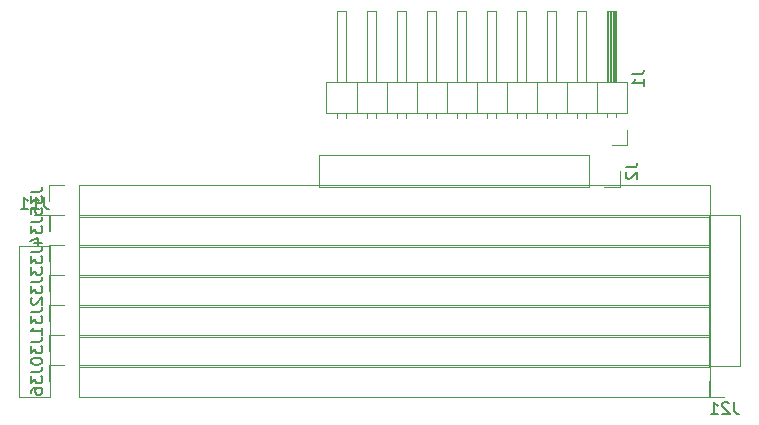
<source format=gbr>
G04 #@! TF.GenerationSoftware,KiCad,Pcbnew,(5.1.4)-1*
G04 #@! TF.CreationDate,2023-01-31T17:13:37+01:00*
G04 #@! TF.ProjectId,REG1-App-Universal,52454731-2d41-4707-902d-556e69766572,V00.10*
G04 #@! TF.SameCoordinates,Original*
G04 #@! TF.FileFunction,Legend,Bot*
G04 #@! TF.FilePolarity,Positive*
%FSLAX46Y46*%
G04 Gerber Fmt 4.6, Leading zero omitted, Abs format (unit mm)*
G04 Created by KiCad (PCBNEW (5.1.4)-1) date 2023-01-31 17:13:37*
%MOMM*%
%LPD*%
G04 APERTURE LIST*
%ADD10C,0.120000*%
%ADD11C,0.150000*%
G04 APERTURE END LIST*
D10*
X83110000Y-114230000D02*
X83110000Y-115560000D01*
X84440000Y-114230000D02*
X83110000Y-114230000D01*
X85710000Y-114230000D02*
X85710000Y-116890000D01*
X85710000Y-116890000D02*
X139110000Y-116890000D01*
X85710000Y-114230000D02*
X139110000Y-114230000D01*
X139110000Y-114230000D02*
X139110000Y-116890000D01*
X131490000Y-99110000D02*
X131490000Y-97780000D01*
X130160000Y-99110000D02*
X131490000Y-99110000D01*
X128890000Y-99110000D02*
X128890000Y-96450000D01*
X128890000Y-96450000D02*
X105970000Y-96450000D01*
X128890000Y-99110000D02*
X105970000Y-99110000D01*
X105970000Y-99110000D02*
X105970000Y-96450000D01*
X132030000Y-95570000D02*
X132030000Y-94300000D01*
X130760000Y-95570000D02*
X132030000Y-95570000D01*
X107520000Y-93257071D02*
X107520000Y-92860000D01*
X108280000Y-93257071D02*
X108280000Y-92860000D01*
X107520000Y-84200000D02*
X107520000Y-90200000D01*
X108280000Y-84200000D02*
X107520000Y-84200000D01*
X108280000Y-90200000D02*
X108280000Y-84200000D01*
X109170000Y-92860000D02*
X109170000Y-90200000D01*
X110060000Y-93257071D02*
X110060000Y-92860000D01*
X110820000Y-93257071D02*
X110820000Y-92860000D01*
X110060000Y-84200000D02*
X110060000Y-90200000D01*
X110820000Y-84200000D02*
X110060000Y-84200000D01*
X110820000Y-90200000D02*
X110820000Y-84200000D01*
X111710000Y-92860000D02*
X111710000Y-90200000D01*
X112600000Y-93257071D02*
X112600000Y-92860000D01*
X113360000Y-93257071D02*
X113360000Y-92860000D01*
X112600000Y-84200000D02*
X112600000Y-90200000D01*
X113360000Y-84200000D02*
X112600000Y-84200000D01*
X113360000Y-90200000D02*
X113360000Y-84200000D01*
X114250000Y-92860000D02*
X114250000Y-90200000D01*
X115140000Y-93257071D02*
X115140000Y-92860000D01*
X115900000Y-93257071D02*
X115900000Y-92860000D01*
X115140000Y-84200000D02*
X115140000Y-90200000D01*
X115900000Y-84200000D02*
X115140000Y-84200000D01*
X115900000Y-90200000D02*
X115900000Y-84200000D01*
X116790000Y-92860000D02*
X116790000Y-90200000D01*
X117680000Y-93257071D02*
X117680000Y-92860000D01*
X118440000Y-93257071D02*
X118440000Y-92860000D01*
X117680000Y-84200000D02*
X117680000Y-90200000D01*
X118440000Y-84200000D02*
X117680000Y-84200000D01*
X118440000Y-90200000D02*
X118440000Y-84200000D01*
X119330000Y-92860000D02*
X119330000Y-90200000D01*
X120220000Y-93257071D02*
X120220000Y-92860000D01*
X120980000Y-93257071D02*
X120980000Y-92860000D01*
X120220000Y-84200000D02*
X120220000Y-90200000D01*
X120980000Y-84200000D02*
X120220000Y-84200000D01*
X120980000Y-90200000D02*
X120980000Y-84200000D01*
X121870000Y-92860000D02*
X121870000Y-90200000D01*
X122760000Y-93257071D02*
X122760000Y-92860000D01*
X123520000Y-93257071D02*
X123520000Y-92860000D01*
X122760000Y-84200000D02*
X122760000Y-90200000D01*
X123520000Y-84200000D02*
X122760000Y-84200000D01*
X123520000Y-90200000D02*
X123520000Y-84200000D01*
X124410000Y-92860000D02*
X124410000Y-90200000D01*
X125300000Y-93257071D02*
X125300000Y-92860000D01*
X126060000Y-93257071D02*
X126060000Y-92860000D01*
X125300000Y-84200000D02*
X125300000Y-90200000D01*
X126060000Y-84200000D02*
X125300000Y-84200000D01*
X126060000Y-90200000D02*
X126060000Y-84200000D01*
X126950000Y-92860000D02*
X126950000Y-90200000D01*
X127840000Y-93257071D02*
X127840000Y-92860000D01*
X128600000Y-93257071D02*
X128600000Y-92860000D01*
X127840000Y-84200000D02*
X127840000Y-90200000D01*
X128600000Y-84200000D02*
X127840000Y-84200000D01*
X128600000Y-90200000D02*
X128600000Y-84200000D01*
X129490000Y-92860000D02*
X129490000Y-90200000D01*
X130380000Y-93190000D02*
X130380000Y-92860000D01*
X131140000Y-93190000D02*
X131140000Y-92860000D01*
X130480000Y-90200000D02*
X130480000Y-84200000D01*
X130600000Y-90200000D02*
X130600000Y-84200000D01*
X130720000Y-90200000D02*
X130720000Y-84200000D01*
X130840000Y-90200000D02*
X130840000Y-84200000D01*
X130960000Y-90200000D02*
X130960000Y-84200000D01*
X131080000Y-90200000D02*
X131080000Y-84200000D01*
X130380000Y-84200000D02*
X130380000Y-90200000D01*
X131140000Y-84200000D02*
X130380000Y-84200000D01*
X131140000Y-90200000D02*
X131140000Y-84200000D01*
X132090000Y-90200000D02*
X132090000Y-92860000D01*
X106570000Y-90200000D02*
X132090000Y-90200000D01*
X106570000Y-92860000D02*
X106570000Y-90200000D01*
X132090000Y-92860000D02*
X106570000Y-92860000D01*
X83110000Y-98990000D02*
X83110000Y-100320000D01*
X84440000Y-98990000D02*
X83110000Y-98990000D01*
X85710000Y-98990000D02*
X85710000Y-101650000D01*
X85710000Y-101650000D02*
X139110000Y-101650000D01*
X85710000Y-98990000D02*
X139110000Y-98990000D01*
X139110000Y-98990000D02*
X139110000Y-101650000D01*
X83110000Y-101530000D02*
X83110000Y-102860000D01*
X84440000Y-101530000D02*
X83110000Y-101530000D01*
X85710000Y-101530000D02*
X85710000Y-104190000D01*
X85710000Y-104190000D02*
X139110000Y-104190000D01*
X85710000Y-101530000D02*
X139110000Y-101530000D01*
X139110000Y-101530000D02*
X139110000Y-104190000D01*
X83110000Y-104070000D02*
X83110000Y-105400000D01*
X84440000Y-104070000D02*
X83110000Y-104070000D01*
X85710000Y-104070000D02*
X85710000Y-106730000D01*
X85710000Y-106730000D02*
X139110000Y-106730000D01*
X85710000Y-104070000D02*
X139110000Y-104070000D01*
X139110000Y-104070000D02*
X139110000Y-106730000D01*
X83110000Y-106610000D02*
X83110000Y-107940000D01*
X84440000Y-106610000D02*
X83110000Y-106610000D01*
X85710000Y-106610000D02*
X85710000Y-109270000D01*
X85710000Y-109270000D02*
X139110000Y-109270000D01*
X85710000Y-106610000D02*
X139110000Y-106610000D01*
X139110000Y-106610000D02*
X139110000Y-109270000D01*
X83110000Y-109150000D02*
X83110000Y-110480000D01*
X84440000Y-109150000D02*
X83110000Y-109150000D01*
X85710000Y-109150000D02*
X85710000Y-111810000D01*
X85710000Y-111810000D02*
X139110000Y-111810000D01*
X85710000Y-109150000D02*
X139110000Y-109150000D01*
X139110000Y-109150000D02*
X139110000Y-111810000D01*
X83110000Y-111690000D02*
X83110000Y-113020000D01*
X84440000Y-111690000D02*
X83110000Y-111690000D01*
X85710000Y-111690000D02*
X85710000Y-114350000D01*
X85710000Y-114350000D02*
X139110000Y-114350000D01*
X85710000Y-111690000D02*
X139110000Y-111690000D01*
X139110000Y-111690000D02*
X139110000Y-114350000D01*
X138990000Y-116890000D02*
X140320000Y-116890000D01*
X138990000Y-115560000D02*
X138990000Y-116890000D01*
X138990000Y-114290000D02*
X141650000Y-114290000D01*
X141650000Y-114290000D02*
X141650000Y-101530000D01*
X138990000Y-114290000D02*
X138990000Y-101530000D01*
X138990000Y-101530000D02*
X141650000Y-101530000D01*
X83230000Y-101530000D02*
X81900000Y-101530000D01*
X83230000Y-102860000D02*
X83230000Y-101530000D01*
X83230000Y-104130000D02*
X80570000Y-104130000D01*
X80570000Y-104130000D02*
X80570000Y-116890000D01*
X83230000Y-104130000D02*
X83230000Y-116890000D01*
X83230000Y-116890000D02*
X80570000Y-116890000D01*
D11*
X81562380Y-114750476D02*
X82276666Y-114750476D01*
X82419523Y-114702857D01*
X82514761Y-114607619D01*
X82562380Y-114464761D01*
X82562380Y-114369523D01*
X81562380Y-115131428D02*
X81562380Y-115750476D01*
X81943333Y-115417142D01*
X81943333Y-115560000D01*
X81990952Y-115655238D01*
X82038571Y-115702857D01*
X82133809Y-115750476D01*
X82371904Y-115750476D01*
X82467142Y-115702857D01*
X82514761Y-115655238D01*
X82562380Y-115560000D01*
X82562380Y-115274285D01*
X82514761Y-115179047D01*
X82467142Y-115131428D01*
X81562380Y-116607619D02*
X81562380Y-116417142D01*
X81610000Y-116321904D01*
X81657619Y-116274285D01*
X81800476Y-116179047D01*
X81990952Y-116131428D01*
X82371904Y-116131428D01*
X82467142Y-116179047D01*
X82514761Y-116226666D01*
X82562380Y-116321904D01*
X82562380Y-116512380D01*
X82514761Y-116607619D01*
X82467142Y-116655238D01*
X82371904Y-116702857D01*
X82133809Y-116702857D01*
X82038571Y-116655238D01*
X81990952Y-116607619D01*
X81943333Y-116512380D01*
X81943333Y-116321904D01*
X81990952Y-116226666D01*
X82038571Y-116179047D01*
X82133809Y-116131428D01*
X131942380Y-97446666D02*
X132656666Y-97446666D01*
X132799523Y-97399047D01*
X132894761Y-97303809D01*
X132942380Y-97160952D01*
X132942380Y-97065714D01*
X132037619Y-97875238D02*
X131990000Y-97922857D01*
X131942380Y-98018095D01*
X131942380Y-98256190D01*
X131990000Y-98351428D01*
X132037619Y-98399047D01*
X132132857Y-98446666D01*
X132228095Y-98446666D01*
X132370952Y-98399047D01*
X132942380Y-97827619D01*
X132942380Y-98446666D01*
X132482380Y-89581666D02*
X133196666Y-89581666D01*
X133339523Y-89534047D01*
X133434761Y-89438809D01*
X133482380Y-89295952D01*
X133482380Y-89200714D01*
X133482380Y-90581666D02*
X133482380Y-90010238D01*
X133482380Y-90295952D02*
X132482380Y-90295952D01*
X132625238Y-90200714D01*
X132720476Y-90105476D01*
X132768095Y-90010238D01*
X81562380Y-99510476D02*
X82276666Y-99510476D01*
X82419523Y-99462857D01*
X82514761Y-99367619D01*
X82562380Y-99224761D01*
X82562380Y-99129523D01*
X81562380Y-99891428D02*
X81562380Y-100510476D01*
X81943333Y-100177142D01*
X81943333Y-100320000D01*
X81990952Y-100415238D01*
X82038571Y-100462857D01*
X82133809Y-100510476D01*
X82371904Y-100510476D01*
X82467142Y-100462857D01*
X82514761Y-100415238D01*
X82562380Y-100320000D01*
X82562380Y-100034285D01*
X82514761Y-99939047D01*
X82467142Y-99891428D01*
X81562380Y-101415238D02*
X81562380Y-100939047D01*
X82038571Y-100891428D01*
X81990952Y-100939047D01*
X81943333Y-101034285D01*
X81943333Y-101272380D01*
X81990952Y-101367619D01*
X82038571Y-101415238D01*
X82133809Y-101462857D01*
X82371904Y-101462857D01*
X82467142Y-101415238D01*
X82514761Y-101367619D01*
X82562380Y-101272380D01*
X82562380Y-101034285D01*
X82514761Y-100939047D01*
X82467142Y-100891428D01*
X81562380Y-102050476D02*
X82276666Y-102050476D01*
X82419523Y-102002857D01*
X82514761Y-101907619D01*
X82562380Y-101764761D01*
X82562380Y-101669523D01*
X81562380Y-102431428D02*
X81562380Y-103050476D01*
X81943333Y-102717142D01*
X81943333Y-102860000D01*
X81990952Y-102955238D01*
X82038571Y-103002857D01*
X82133809Y-103050476D01*
X82371904Y-103050476D01*
X82467142Y-103002857D01*
X82514761Y-102955238D01*
X82562380Y-102860000D01*
X82562380Y-102574285D01*
X82514761Y-102479047D01*
X82467142Y-102431428D01*
X81895714Y-103907619D02*
X82562380Y-103907619D01*
X81514761Y-103669523D02*
X82229047Y-103431428D01*
X82229047Y-104050476D01*
X81562380Y-104590476D02*
X82276666Y-104590476D01*
X82419523Y-104542857D01*
X82514761Y-104447619D01*
X82562380Y-104304761D01*
X82562380Y-104209523D01*
X81562380Y-104971428D02*
X81562380Y-105590476D01*
X81943333Y-105257142D01*
X81943333Y-105400000D01*
X81990952Y-105495238D01*
X82038571Y-105542857D01*
X82133809Y-105590476D01*
X82371904Y-105590476D01*
X82467142Y-105542857D01*
X82514761Y-105495238D01*
X82562380Y-105400000D01*
X82562380Y-105114285D01*
X82514761Y-105019047D01*
X82467142Y-104971428D01*
X81562380Y-105923809D02*
X81562380Y-106542857D01*
X81943333Y-106209523D01*
X81943333Y-106352380D01*
X81990952Y-106447619D01*
X82038571Y-106495238D01*
X82133809Y-106542857D01*
X82371904Y-106542857D01*
X82467142Y-106495238D01*
X82514761Y-106447619D01*
X82562380Y-106352380D01*
X82562380Y-106066666D01*
X82514761Y-105971428D01*
X82467142Y-105923809D01*
X81562380Y-107130476D02*
X82276666Y-107130476D01*
X82419523Y-107082857D01*
X82514761Y-106987619D01*
X82562380Y-106844761D01*
X82562380Y-106749523D01*
X81562380Y-107511428D02*
X81562380Y-108130476D01*
X81943333Y-107797142D01*
X81943333Y-107940000D01*
X81990952Y-108035238D01*
X82038571Y-108082857D01*
X82133809Y-108130476D01*
X82371904Y-108130476D01*
X82467142Y-108082857D01*
X82514761Y-108035238D01*
X82562380Y-107940000D01*
X82562380Y-107654285D01*
X82514761Y-107559047D01*
X82467142Y-107511428D01*
X81657619Y-108511428D02*
X81610000Y-108559047D01*
X81562380Y-108654285D01*
X81562380Y-108892380D01*
X81610000Y-108987619D01*
X81657619Y-109035238D01*
X81752857Y-109082857D01*
X81848095Y-109082857D01*
X81990952Y-109035238D01*
X82562380Y-108463809D01*
X82562380Y-109082857D01*
X81562380Y-109670476D02*
X82276666Y-109670476D01*
X82419523Y-109622857D01*
X82514761Y-109527619D01*
X82562380Y-109384761D01*
X82562380Y-109289523D01*
X81562380Y-110051428D02*
X81562380Y-110670476D01*
X81943333Y-110337142D01*
X81943333Y-110480000D01*
X81990952Y-110575238D01*
X82038571Y-110622857D01*
X82133809Y-110670476D01*
X82371904Y-110670476D01*
X82467142Y-110622857D01*
X82514761Y-110575238D01*
X82562380Y-110480000D01*
X82562380Y-110194285D01*
X82514761Y-110099047D01*
X82467142Y-110051428D01*
X82562380Y-111622857D02*
X82562380Y-111051428D01*
X82562380Y-111337142D02*
X81562380Y-111337142D01*
X81705238Y-111241904D01*
X81800476Y-111146666D01*
X81848095Y-111051428D01*
X81562380Y-112210476D02*
X82276666Y-112210476D01*
X82419523Y-112162857D01*
X82514761Y-112067619D01*
X82562380Y-111924761D01*
X82562380Y-111829523D01*
X81562380Y-112591428D02*
X81562380Y-113210476D01*
X81943333Y-112877142D01*
X81943333Y-113020000D01*
X81990952Y-113115238D01*
X82038571Y-113162857D01*
X82133809Y-113210476D01*
X82371904Y-113210476D01*
X82467142Y-113162857D01*
X82514761Y-113115238D01*
X82562380Y-113020000D01*
X82562380Y-112734285D01*
X82514761Y-112639047D01*
X82467142Y-112591428D01*
X81562380Y-113829523D02*
X81562380Y-113924761D01*
X81610000Y-114020000D01*
X81657619Y-114067619D01*
X81752857Y-114115238D01*
X81943333Y-114162857D01*
X82181428Y-114162857D01*
X82371904Y-114115238D01*
X82467142Y-114067619D01*
X82514761Y-114020000D01*
X82562380Y-113924761D01*
X82562380Y-113829523D01*
X82514761Y-113734285D01*
X82467142Y-113686666D01*
X82371904Y-113639047D01*
X82181428Y-113591428D01*
X81943333Y-113591428D01*
X81752857Y-113639047D01*
X81657619Y-113686666D01*
X81610000Y-113734285D01*
X81562380Y-113829523D01*
X141129523Y-117342380D02*
X141129523Y-118056666D01*
X141177142Y-118199523D01*
X141272380Y-118294761D01*
X141415238Y-118342380D01*
X141510476Y-118342380D01*
X140700952Y-117437619D02*
X140653333Y-117390000D01*
X140558095Y-117342380D01*
X140320000Y-117342380D01*
X140224761Y-117390000D01*
X140177142Y-117437619D01*
X140129523Y-117532857D01*
X140129523Y-117628095D01*
X140177142Y-117770952D01*
X140748571Y-118342380D01*
X140129523Y-118342380D01*
X139177142Y-118342380D02*
X139748571Y-118342380D01*
X139462857Y-118342380D02*
X139462857Y-117342380D01*
X139558095Y-117485238D01*
X139653333Y-117580476D01*
X139748571Y-117628095D01*
X82709523Y-99982380D02*
X82709523Y-100696666D01*
X82757142Y-100839523D01*
X82852380Y-100934761D01*
X82995238Y-100982380D01*
X83090476Y-100982380D01*
X81709523Y-100982380D02*
X82280952Y-100982380D01*
X81995238Y-100982380D02*
X81995238Y-99982380D01*
X82090476Y-100125238D01*
X82185714Y-100220476D01*
X82280952Y-100268095D01*
X80757142Y-100982380D02*
X81328571Y-100982380D01*
X81042857Y-100982380D02*
X81042857Y-99982380D01*
X81138095Y-100125238D01*
X81233333Y-100220476D01*
X81328571Y-100268095D01*
M02*

</source>
